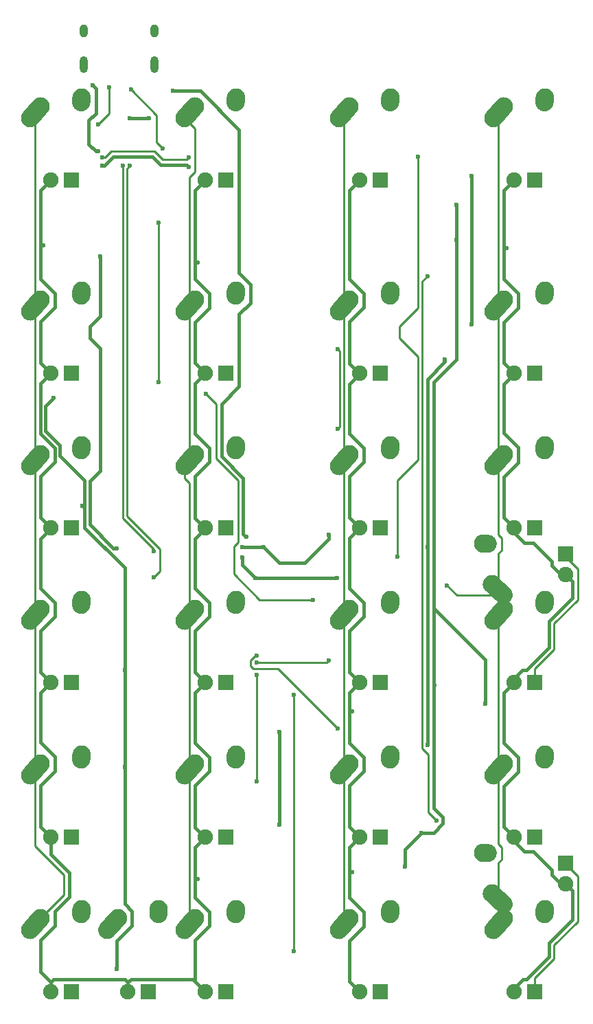
<source format=gtl>
G04 #@! TF.GenerationSoftware,KiCad,Pcbnew,(5.1.10)-1*
G04 #@! TF.CreationDate,2022-03-04T22:43:15+01:00*
G04 #@! TF.ProjectId,Voyager20,566f7961-6765-4723-9230-2e6b69636164,rev?*
G04 #@! TF.SameCoordinates,Original*
G04 #@! TF.FileFunction,Copper,L1,Top*
G04 #@! TF.FilePolarity,Positive*
%FSLAX46Y46*%
G04 Gerber Fmt 4.6, Leading zero omitted, Abs format (unit mm)*
G04 Created by KiCad (PCBNEW (5.1.10)-1) date 2022-03-04 22:43:15*
%MOMM*%
%LPD*%
G01*
G04 APERTURE LIST*
G04 #@! TA.AperFunction,ComponentPad*
%ADD10R,1.905000X1.905000*%
G04 #@! TD*
G04 #@! TA.AperFunction,ComponentPad*
%ADD11C,1.905000*%
G04 #@! TD*
G04 #@! TA.AperFunction,ComponentPad*
%ADD12C,2.250000*%
G04 #@! TD*
G04 #@! TA.AperFunction,ComponentPad*
%ADD13O,1.000000X1.600000*%
G04 #@! TD*
G04 #@! TA.AperFunction,ComponentPad*
%ADD14O,1.000000X2.100000*%
G04 #@! TD*
G04 #@! TA.AperFunction,ViaPad*
%ADD15C,0.600000*%
G04 #@! TD*
G04 #@! TA.AperFunction,Conductor*
%ADD16C,0.381000*%
G04 #@! TD*
G04 #@! TA.AperFunction,Conductor*
%ADD17C,0.254000*%
G04 #@! TD*
G04 APERTURE END LIST*
D10*
X48895000Y-44767500D03*
D11*
X46355000Y-44767500D03*
D12*
X45125000Y-35687500D03*
G04 #@! TA.AperFunction,ComponentPad*
G36*
G01*
X43063688Y-37984850D02*
X43063683Y-37984845D01*
G75*
G02*
X42977655Y-36396183I751317J837345D01*
G01*
X44287657Y-34936183D01*
G75*
G02*
X45876319Y-34850155I837345J-751317D01*
G01*
X45876319Y-34850155D01*
G75*
G02*
X45962347Y-36438817I-751317J-837345D01*
G01*
X44652345Y-37898817D01*
G75*
G02*
X43063683Y-37984845I-837345J751317D01*
G01*
G37*
G04 #@! TD.AperFunction*
X50165000Y-34607500D03*
G04 #@! TA.AperFunction,ComponentPad*
G36*
G01*
X50048483Y-36309895D02*
X50047597Y-36309834D01*
G75*
G02*
X49002666Y-35110097I77403J1122334D01*
G01*
X49042666Y-34530097D01*
G75*
G02*
X50242403Y-33485166I1122334J-77403D01*
G01*
X50242403Y-33485166D01*
G75*
G02*
X51287334Y-34684903I-77403J-1122334D01*
G01*
X51247334Y-35264903D01*
G75*
G02*
X50047597Y-36309834I-1122334J77403D01*
G01*
G37*
G04 #@! TD.AperFunction*
D10*
X67945000Y-44767500D03*
D11*
X65405000Y-44767500D03*
D12*
X64175000Y-35687500D03*
G04 #@! TA.AperFunction,ComponentPad*
G36*
G01*
X62113688Y-37984850D02*
X62113683Y-37984845D01*
G75*
G02*
X62027655Y-36396183I751317J837345D01*
G01*
X63337657Y-34936183D01*
G75*
G02*
X64926319Y-34850155I837345J-751317D01*
G01*
X64926319Y-34850155D01*
G75*
G02*
X65012347Y-36438817I-751317J-837345D01*
G01*
X63702345Y-37898817D01*
G75*
G02*
X62113683Y-37984845I-837345J751317D01*
G01*
G37*
G04 #@! TD.AperFunction*
X69215000Y-34607500D03*
G04 #@! TA.AperFunction,ComponentPad*
G36*
G01*
X69098483Y-36309895D02*
X69097597Y-36309834D01*
G75*
G02*
X68052666Y-35110097I77403J1122334D01*
G01*
X68092666Y-34530097D01*
G75*
G02*
X69292403Y-33485166I1122334J-77403D01*
G01*
X69292403Y-33485166D01*
G75*
G02*
X70337334Y-34684903I-77403J-1122334D01*
G01*
X70297334Y-35264903D01*
G75*
G02*
X69097597Y-36309834I-1122334J77403D01*
G01*
G37*
G04 #@! TD.AperFunction*
G04 #@! TA.AperFunction,ComponentPad*
G36*
G01*
X88148483Y-36309895D02*
X88147597Y-36309834D01*
G75*
G02*
X87102666Y-35110097I77403J1122334D01*
G01*
X87142666Y-34530097D01*
G75*
G02*
X88342403Y-33485166I1122334J-77403D01*
G01*
X88342403Y-33485166D01*
G75*
G02*
X89387334Y-34684903I-77403J-1122334D01*
G01*
X89347334Y-35264903D01*
G75*
G02*
X88147597Y-36309834I-1122334J77403D01*
G01*
G37*
G04 #@! TD.AperFunction*
X88265000Y-34607500D03*
G04 #@! TA.AperFunction,ComponentPad*
G36*
G01*
X81163688Y-37984850D02*
X81163683Y-37984845D01*
G75*
G02*
X81077655Y-36396183I751317J837345D01*
G01*
X82387657Y-34936183D01*
G75*
G02*
X83976319Y-34850155I837345J-751317D01*
G01*
X83976319Y-34850155D01*
G75*
G02*
X84062347Y-36438817I-751317J-837345D01*
G01*
X82752345Y-37898817D01*
G75*
G02*
X81163683Y-37984845I-837345J751317D01*
G01*
G37*
G04 #@! TD.AperFunction*
X83225000Y-35687500D03*
D11*
X84455000Y-44767500D03*
D10*
X86995000Y-44767500D03*
G04 #@! TA.AperFunction,ComponentPad*
G36*
G01*
X107198483Y-36309895D02*
X107197597Y-36309834D01*
G75*
G02*
X106152666Y-35110097I77403J1122334D01*
G01*
X106192666Y-34530097D01*
G75*
G02*
X107392403Y-33485166I1122334J-77403D01*
G01*
X107392403Y-33485166D01*
G75*
G02*
X108437334Y-34684903I-77403J-1122334D01*
G01*
X108397334Y-35264903D01*
G75*
G02*
X107197597Y-36309834I-1122334J77403D01*
G01*
G37*
G04 #@! TD.AperFunction*
D12*
X107315000Y-34607500D03*
G04 #@! TA.AperFunction,ComponentPad*
G36*
G01*
X100213688Y-37984850D02*
X100213683Y-37984845D01*
G75*
G02*
X100127655Y-36396183I751317J837345D01*
G01*
X101437657Y-34936183D01*
G75*
G02*
X103026319Y-34850155I837345J-751317D01*
G01*
X103026319Y-34850155D01*
G75*
G02*
X103112347Y-36438817I-751317J-837345D01*
G01*
X101802345Y-37898817D01*
G75*
G02*
X100213683Y-37984845I-837345J751317D01*
G01*
G37*
G04 #@! TD.AperFunction*
X102275000Y-35687500D03*
D11*
X103505000Y-44767500D03*
D10*
X106045000Y-44767500D03*
X48895000Y-63817500D03*
D11*
X46355000Y-63817500D03*
D12*
X45125000Y-54737500D03*
G04 #@! TA.AperFunction,ComponentPad*
G36*
G01*
X43063688Y-57034850D02*
X43063683Y-57034845D01*
G75*
G02*
X42977655Y-55446183I751317J837345D01*
G01*
X44287657Y-53986183D01*
G75*
G02*
X45876319Y-53900155I837345J-751317D01*
G01*
X45876319Y-53900155D01*
G75*
G02*
X45962347Y-55488817I-751317J-837345D01*
G01*
X44652345Y-56948817D01*
G75*
G02*
X43063683Y-57034845I-837345J751317D01*
G01*
G37*
G04 #@! TD.AperFunction*
X50165000Y-53657500D03*
G04 #@! TA.AperFunction,ComponentPad*
G36*
G01*
X50048483Y-55359895D02*
X50047597Y-55359834D01*
G75*
G02*
X49002666Y-54160097I77403J1122334D01*
G01*
X49042666Y-53580097D01*
G75*
G02*
X50242403Y-52535166I1122334J-77403D01*
G01*
X50242403Y-52535166D01*
G75*
G02*
X51287334Y-53734903I-77403J-1122334D01*
G01*
X51247334Y-54314903D01*
G75*
G02*
X50047597Y-55359834I-1122334J77403D01*
G01*
G37*
G04 #@! TD.AperFunction*
G04 #@! TA.AperFunction,ComponentPad*
G36*
G01*
X69098483Y-55359895D02*
X69097597Y-55359834D01*
G75*
G02*
X68052666Y-54160097I77403J1122334D01*
G01*
X68092666Y-53580097D01*
G75*
G02*
X69292403Y-52535166I1122334J-77403D01*
G01*
X69292403Y-52535166D01*
G75*
G02*
X70337334Y-53734903I-77403J-1122334D01*
G01*
X70297334Y-54314903D01*
G75*
G02*
X69097597Y-55359834I-1122334J77403D01*
G01*
G37*
G04 #@! TD.AperFunction*
X69215000Y-53657500D03*
G04 #@! TA.AperFunction,ComponentPad*
G36*
G01*
X62113688Y-57034850D02*
X62113683Y-57034845D01*
G75*
G02*
X62027655Y-55446183I751317J837345D01*
G01*
X63337657Y-53986183D01*
G75*
G02*
X64926319Y-53900155I837345J-751317D01*
G01*
X64926319Y-53900155D01*
G75*
G02*
X65012347Y-55488817I-751317J-837345D01*
G01*
X63702345Y-56948817D01*
G75*
G02*
X62113683Y-57034845I-837345J751317D01*
G01*
G37*
G04 #@! TD.AperFunction*
X64175000Y-54737500D03*
D11*
X65405000Y-63817500D03*
D10*
X67945000Y-63817500D03*
G04 #@! TA.AperFunction,ComponentPad*
G36*
G01*
X88148483Y-55359895D02*
X88147597Y-55359834D01*
G75*
G02*
X87102666Y-54160097I77403J1122334D01*
G01*
X87142666Y-53580097D01*
G75*
G02*
X88342403Y-52535166I1122334J-77403D01*
G01*
X88342403Y-52535166D01*
G75*
G02*
X89387334Y-53734903I-77403J-1122334D01*
G01*
X89347334Y-54314903D01*
G75*
G02*
X88147597Y-55359834I-1122334J77403D01*
G01*
G37*
G04 #@! TD.AperFunction*
D12*
X88265000Y-53657500D03*
G04 #@! TA.AperFunction,ComponentPad*
G36*
G01*
X81163688Y-57034850D02*
X81163683Y-57034845D01*
G75*
G02*
X81077655Y-55446183I751317J837345D01*
G01*
X82387657Y-53986183D01*
G75*
G02*
X83976319Y-53900155I837345J-751317D01*
G01*
X83976319Y-53900155D01*
G75*
G02*
X84062347Y-55488817I-751317J-837345D01*
G01*
X82752345Y-56948817D01*
G75*
G02*
X81163683Y-57034845I-837345J751317D01*
G01*
G37*
G04 #@! TD.AperFunction*
X83225000Y-54737500D03*
D11*
X84455000Y-63817500D03*
D10*
X86995000Y-63817500D03*
G04 #@! TA.AperFunction,ComponentPad*
G36*
G01*
X107198483Y-55359895D02*
X107197597Y-55359834D01*
G75*
G02*
X106152666Y-54160097I77403J1122334D01*
G01*
X106192666Y-53580097D01*
G75*
G02*
X107392403Y-52535166I1122334J-77403D01*
G01*
X107392403Y-52535166D01*
G75*
G02*
X108437334Y-53734903I-77403J-1122334D01*
G01*
X108397334Y-54314903D01*
G75*
G02*
X107197597Y-55359834I-1122334J77403D01*
G01*
G37*
G04 #@! TD.AperFunction*
D12*
X107315000Y-53657500D03*
G04 #@! TA.AperFunction,ComponentPad*
G36*
G01*
X100213688Y-57034850D02*
X100213683Y-57034845D01*
G75*
G02*
X100127655Y-55446183I751317J837345D01*
G01*
X101437657Y-53986183D01*
G75*
G02*
X103026319Y-53900155I837345J-751317D01*
G01*
X103026319Y-53900155D01*
G75*
G02*
X103112347Y-55488817I-751317J-837345D01*
G01*
X101802345Y-56948817D01*
G75*
G02*
X100213683Y-57034845I-837345J751317D01*
G01*
G37*
G04 #@! TD.AperFunction*
X102275000Y-54737500D03*
D11*
X103505000Y-63817500D03*
D10*
X106045000Y-63817500D03*
X48895000Y-82867500D03*
D11*
X46355000Y-82867500D03*
D12*
X45125000Y-73787500D03*
G04 #@! TA.AperFunction,ComponentPad*
G36*
G01*
X43063688Y-76084850D02*
X43063683Y-76084845D01*
G75*
G02*
X42977655Y-74496183I751317J837345D01*
G01*
X44287657Y-73036183D01*
G75*
G02*
X45876319Y-72950155I837345J-751317D01*
G01*
X45876319Y-72950155D01*
G75*
G02*
X45962347Y-74538817I-751317J-837345D01*
G01*
X44652345Y-75998817D01*
G75*
G02*
X43063683Y-76084845I-837345J751317D01*
G01*
G37*
G04 #@! TD.AperFunction*
X50165000Y-72707500D03*
G04 #@! TA.AperFunction,ComponentPad*
G36*
G01*
X50048483Y-74409895D02*
X50047597Y-74409834D01*
G75*
G02*
X49002666Y-73210097I77403J1122334D01*
G01*
X49042666Y-72630097D01*
G75*
G02*
X50242403Y-71585166I1122334J-77403D01*
G01*
X50242403Y-71585166D01*
G75*
G02*
X51287334Y-72784903I-77403J-1122334D01*
G01*
X51247334Y-73364903D01*
G75*
G02*
X50047597Y-74409834I-1122334J77403D01*
G01*
G37*
G04 #@! TD.AperFunction*
G04 #@! TA.AperFunction,ComponentPad*
G36*
G01*
X69098483Y-74409895D02*
X69097597Y-74409834D01*
G75*
G02*
X68052666Y-73210097I77403J1122334D01*
G01*
X68092666Y-72630097D01*
G75*
G02*
X69292403Y-71585166I1122334J-77403D01*
G01*
X69292403Y-71585166D01*
G75*
G02*
X70337334Y-72784903I-77403J-1122334D01*
G01*
X70297334Y-73364903D01*
G75*
G02*
X69097597Y-74409834I-1122334J77403D01*
G01*
G37*
G04 #@! TD.AperFunction*
X69215000Y-72707500D03*
G04 #@! TA.AperFunction,ComponentPad*
G36*
G01*
X62113688Y-76084850D02*
X62113683Y-76084845D01*
G75*
G02*
X62027655Y-74496183I751317J837345D01*
G01*
X63337657Y-73036183D01*
G75*
G02*
X64926319Y-72950155I837345J-751317D01*
G01*
X64926319Y-72950155D01*
G75*
G02*
X65012347Y-74538817I-751317J-837345D01*
G01*
X63702345Y-75998817D01*
G75*
G02*
X62113683Y-76084845I-837345J751317D01*
G01*
G37*
G04 #@! TD.AperFunction*
X64175000Y-73787500D03*
D11*
X65405000Y-82867500D03*
D10*
X67945000Y-82867500D03*
X86995000Y-82867500D03*
D11*
X84455000Y-82867500D03*
D12*
X83225000Y-73787500D03*
G04 #@! TA.AperFunction,ComponentPad*
G36*
G01*
X81163688Y-76084850D02*
X81163683Y-76084845D01*
G75*
G02*
X81077655Y-74496183I751317J837345D01*
G01*
X82387657Y-73036183D01*
G75*
G02*
X83976319Y-72950155I837345J-751317D01*
G01*
X83976319Y-72950155D01*
G75*
G02*
X84062347Y-74538817I-751317J-837345D01*
G01*
X82752345Y-75998817D01*
G75*
G02*
X81163683Y-76084845I-837345J751317D01*
G01*
G37*
G04 #@! TD.AperFunction*
X88265000Y-72707500D03*
G04 #@! TA.AperFunction,ComponentPad*
G36*
G01*
X88148483Y-74409895D02*
X88147597Y-74409834D01*
G75*
G02*
X87102666Y-73210097I77403J1122334D01*
G01*
X87142666Y-72630097D01*
G75*
G02*
X88342403Y-71585166I1122334J-77403D01*
G01*
X88342403Y-71585166D01*
G75*
G02*
X89387334Y-72784903I-77403J-1122334D01*
G01*
X89347334Y-73364903D01*
G75*
G02*
X88147597Y-74409834I-1122334J77403D01*
G01*
G37*
G04 #@! TD.AperFunction*
D10*
X106045000Y-82867500D03*
D11*
X103505000Y-82867500D03*
D12*
X102275000Y-73787500D03*
G04 #@! TA.AperFunction,ComponentPad*
G36*
G01*
X100213688Y-76084850D02*
X100213683Y-76084845D01*
G75*
G02*
X100127655Y-74496183I751317J837345D01*
G01*
X101437657Y-73036183D01*
G75*
G02*
X103026319Y-72950155I837345J-751317D01*
G01*
X103026319Y-72950155D01*
G75*
G02*
X103112347Y-74538817I-751317J-837345D01*
G01*
X101802345Y-75998817D01*
G75*
G02*
X100213683Y-76084845I-837345J751317D01*
G01*
G37*
G04 #@! TD.AperFunction*
X107315000Y-72707500D03*
G04 #@! TA.AperFunction,ComponentPad*
G36*
G01*
X107198483Y-74409895D02*
X107197597Y-74409834D01*
G75*
G02*
X106152666Y-73210097I77403J1122334D01*
G01*
X106192666Y-72630097D01*
G75*
G02*
X107392403Y-71585166I1122334J-77403D01*
G01*
X107392403Y-71585166D01*
G75*
G02*
X108437334Y-72784903I-77403J-1122334D01*
G01*
X108397334Y-73364903D01*
G75*
G02*
X107197597Y-74409834I-1122334J77403D01*
G01*
G37*
G04 #@! TD.AperFunction*
D10*
X48895000Y-101917500D03*
D11*
X46355000Y-101917500D03*
D12*
X45125000Y-92837500D03*
G04 #@! TA.AperFunction,ComponentPad*
G36*
G01*
X43063688Y-95134850D02*
X43063683Y-95134845D01*
G75*
G02*
X42977655Y-93546183I751317J837345D01*
G01*
X44287657Y-92086183D01*
G75*
G02*
X45876319Y-92000155I837345J-751317D01*
G01*
X45876319Y-92000155D01*
G75*
G02*
X45962347Y-93588817I-751317J-837345D01*
G01*
X44652345Y-95048817D01*
G75*
G02*
X43063683Y-95134845I-837345J751317D01*
G01*
G37*
G04 #@! TD.AperFunction*
X50165000Y-91757500D03*
G04 #@! TA.AperFunction,ComponentPad*
G36*
G01*
X50048483Y-93459895D02*
X50047597Y-93459834D01*
G75*
G02*
X49002666Y-92260097I77403J1122334D01*
G01*
X49042666Y-91680097D01*
G75*
G02*
X50242403Y-90635166I1122334J-77403D01*
G01*
X50242403Y-90635166D01*
G75*
G02*
X51287334Y-91834903I-77403J-1122334D01*
G01*
X51247334Y-92414903D01*
G75*
G02*
X50047597Y-93459834I-1122334J77403D01*
G01*
G37*
G04 #@! TD.AperFunction*
G04 #@! TA.AperFunction,ComponentPad*
G36*
G01*
X69098483Y-93459895D02*
X69097597Y-93459834D01*
G75*
G02*
X68052666Y-92260097I77403J1122334D01*
G01*
X68092666Y-91680097D01*
G75*
G02*
X69292403Y-90635166I1122334J-77403D01*
G01*
X69292403Y-90635166D01*
G75*
G02*
X70337334Y-91834903I-77403J-1122334D01*
G01*
X70297334Y-92414903D01*
G75*
G02*
X69097597Y-93459834I-1122334J77403D01*
G01*
G37*
G04 #@! TD.AperFunction*
X69215000Y-91757500D03*
G04 #@! TA.AperFunction,ComponentPad*
G36*
G01*
X62113688Y-95134850D02*
X62113683Y-95134845D01*
G75*
G02*
X62027655Y-93546183I751317J837345D01*
G01*
X63337657Y-92086183D01*
G75*
G02*
X64926319Y-92000155I837345J-751317D01*
G01*
X64926319Y-92000155D01*
G75*
G02*
X65012347Y-93588817I-751317J-837345D01*
G01*
X63702345Y-95048817D01*
G75*
G02*
X62113683Y-95134845I-837345J751317D01*
G01*
G37*
G04 #@! TD.AperFunction*
X64175000Y-92837500D03*
D11*
X65405000Y-101917500D03*
D10*
X67945000Y-101917500D03*
X86995000Y-101917500D03*
D11*
X84455000Y-101917500D03*
D12*
X83225000Y-92837500D03*
G04 #@! TA.AperFunction,ComponentPad*
G36*
G01*
X81163688Y-95134850D02*
X81163683Y-95134845D01*
G75*
G02*
X81077655Y-93546183I751317J837345D01*
G01*
X82387657Y-92086183D01*
G75*
G02*
X83976319Y-92000155I837345J-751317D01*
G01*
X83976319Y-92000155D01*
G75*
G02*
X84062347Y-93588817I-751317J-837345D01*
G01*
X82752345Y-95048817D01*
G75*
G02*
X81163683Y-95134845I-837345J751317D01*
G01*
G37*
G04 #@! TD.AperFunction*
X88265000Y-91757500D03*
G04 #@! TA.AperFunction,ComponentPad*
G36*
G01*
X88148483Y-93459895D02*
X88147597Y-93459834D01*
G75*
G02*
X87102666Y-92260097I77403J1122334D01*
G01*
X87142666Y-91680097D01*
G75*
G02*
X88342403Y-90635166I1122334J-77403D01*
G01*
X88342403Y-90635166D01*
G75*
G02*
X89387334Y-91834903I-77403J-1122334D01*
G01*
X89347334Y-92414903D01*
G75*
G02*
X88147597Y-93459834I-1122334J77403D01*
G01*
G37*
G04 #@! TD.AperFunction*
G04 #@! TA.AperFunction,ComponentPad*
G36*
G01*
X107198483Y-93459895D02*
X107197597Y-93459834D01*
G75*
G02*
X106152666Y-92260097I77403J1122334D01*
G01*
X106192666Y-91680097D01*
G75*
G02*
X107392403Y-90635166I1122334J-77403D01*
G01*
X107392403Y-90635166D01*
G75*
G02*
X108437334Y-91834903I-77403J-1122334D01*
G01*
X108397334Y-92414903D01*
G75*
G02*
X107197597Y-93459834I-1122334J77403D01*
G01*
G37*
G04 #@! TD.AperFunction*
X107315000Y-91757500D03*
G04 #@! TA.AperFunction,ComponentPad*
G36*
G01*
X100213688Y-95134850D02*
X100213683Y-95134845D01*
G75*
G02*
X100127655Y-93546183I751317J837345D01*
G01*
X101437657Y-92086183D01*
G75*
G02*
X103026319Y-92000155I837345J-751317D01*
G01*
X103026319Y-92000155D01*
G75*
G02*
X103112347Y-93588817I-751317J-837345D01*
G01*
X101802345Y-95048817D01*
G75*
G02*
X100213683Y-95134845I-837345J751317D01*
G01*
G37*
G04 #@! TD.AperFunction*
X102275000Y-92837500D03*
D11*
X103505000Y-101917500D03*
D10*
X106045000Y-101917500D03*
G04 #@! TA.AperFunction,ComponentPad*
G36*
G01*
X50048483Y-112509895D02*
X50047597Y-112509834D01*
G75*
G02*
X49002666Y-111310097I77403J1122334D01*
G01*
X49042666Y-110730097D01*
G75*
G02*
X50242403Y-109685166I1122334J-77403D01*
G01*
X50242403Y-109685166D01*
G75*
G02*
X51287334Y-110884903I-77403J-1122334D01*
G01*
X51247334Y-111464903D01*
G75*
G02*
X50047597Y-112509834I-1122334J77403D01*
G01*
G37*
G04 #@! TD.AperFunction*
D12*
X50165000Y-110807500D03*
G04 #@! TA.AperFunction,ComponentPad*
G36*
G01*
X43063688Y-114184850D02*
X43063683Y-114184845D01*
G75*
G02*
X42977655Y-112596183I751317J837345D01*
G01*
X44287657Y-111136183D01*
G75*
G02*
X45876319Y-111050155I837345J-751317D01*
G01*
X45876319Y-111050155D01*
G75*
G02*
X45962347Y-112638817I-751317J-837345D01*
G01*
X44652345Y-114098817D01*
G75*
G02*
X43063683Y-114184845I-837345J751317D01*
G01*
G37*
G04 #@! TD.AperFunction*
X45125000Y-111887500D03*
D11*
X46355000Y-120967500D03*
D10*
X48895000Y-120967500D03*
X67945000Y-120967500D03*
D11*
X65405000Y-120967500D03*
D12*
X64175000Y-111887500D03*
G04 #@! TA.AperFunction,ComponentPad*
G36*
G01*
X62113688Y-114184850D02*
X62113683Y-114184845D01*
G75*
G02*
X62027655Y-112596183I751317J837345D01*
G01*
X63337657Y-111136183D01*
G75*
G02*
X64926319Y-111050155I837345J-751317D01*
G01*
X64926319Y-111050155D01*
G75*
G02*
X65012347Y-112638817I-751317J-837345D01*
G01*
X63702345Y-114098817D01*
G75*
G02*
X62113683Y-114184845I-837345J751317D01*
G01*
G37*
G04 #@! TD.AperFunction*
X69215000Y-110807500D03*
G04 #@! TA.AperFunction,ComponentPad*
G36*
G01*
X69098483Y-112509895D02*
X69097597Y-112509834D01*
G75*
G02*
X68052666Y-111310097I77403J1122334D01*
G01*
X68092666Y-110730097D01*
G75*
G02*
X69292403Y-109685166I1122334J-77403D01*
G01*
X69292403Y-109685166D01*
G75*
G02*
X70337334Y-110884903I-77403J-1122334D01*
G01*
X70297334Y-111464903D01*
G75*
G02*
X69097597Y-112509834I-1122334J77403D01*
G01*
G37*
G04 #@! TD.AperFunction*
G04 #@! TA.AperFunction,ComponentPad*
G36*
G01*
X88148483Y-112509895D02*
X88147597Y-112509834D01*
G75*
G02*
X87102666Y-111310097I77403J1122334D01*
G01*
X87142666Y-110730097D01*
G75*
G02*
X88342403Y-109685166I1122334J-77403D01*
G01*
X88342403Y-109685166D01*
G75*
G02*
X89387334Y-110884903I-77403J-1122334D01*
G01*
X89347334Y-111464903D01*
G75*
G02*
X88147597Y-112509834I-1122334J77403D01*
G01*
G37*
G04 #@! TD.AperFunction*
X88265000Y-110807500D03*
G04 #@! TA.AperFunction,ComponentPad*
G36*
G01*
X81163688Y-114184850D02*
X81163683Y-114184845D01*
G75*
G02*
X81077655Y-112596183I751317J837345D01*
G01*
X82387657Y-111136183D01*
G75*
G02*
X83976319Y-111050155I837345J-751317D01*
G01*
X83976319Y-111050155D01*
G75*
G02*
X84062347Y-112638817I-751317J-837345D01*
G01*
X82752345Y-114098817D01*
G75*
G02*
X81163683Y-114184845I-837345J751317D01*
G01*
G37*
G04 #@! TD.AperFunction*
X83225000Y-111887500D03*
D11*
X84455000Y-120967500D03*
D10*
X86995000Y-120967500D03*
X106045000Y-120967500D03*
D11*
X103505000Y-120967500D03*
D12*
X102275000Y-111887500D03*
G04 #@! TA.AperFunction,ComponentPad*
G36*
G01*
X100213688Y-114184850D02*
X100213683Y-114184845D01*
G75*
G02*
X100127655Y-112596183I751317J837345D01*
G01*
X101437657Y-111136183D01*
G75*
G02*
X103026319Y-111050155I837345J-751317D01*
G01*
X103026319Y-111050155D01*
G75*
G02*
X103112347Y-112638817I-751317J-837345D01*
G01*
X101802345Y-114098817D01*
G75*
G02*
X100213683Y-114184845I-837345J751317D01*
G01*
G37*
G04 #@! TD.AperFunction*
X107315000Y-110807500D03*
G04 #@! TA.AperFunction,ComponentPad*
G36*
G01*
X107198483Y-112509895D02*
X107197597Y-112509834D01*
G75*
G02*
X106152666Y-111310097I77403J1122334D01*
G01*
X106192666Y-110730097D01*
G75*
G02*
X107392403Y-109685166I1122334J-77403D01*
G01*
X107392403Y-109685166D01*
G75*
G02*
X108437334Y-110884903I-77403J-1122334D01*
G01*
X108397334Y-111464903D01*
G75*
G02*
X107197597Y-112509834I-1122334J77403D01*
G01*
G37*
G04 #@! TD.AperFunction*
D13*
X59120000Y-2575000D03*
X50480000Y-2575000D03*
D14*
X59120000Y-6755000D03*
X50480000Y-6755000D03*
G04 #@! TA.AperFunction,ComponentPad*
G36*
G01*
X101397395Y-65839017D02*
X101397334Y-65839903D01*
G75*
G02*
X100197597Y-66884834I-1122334J77403D01*
G01*
X99617597Y-66844834D01*
G75*
G02*
X98572666Y-65645097I77403J1122334D01*
G01*
X98572666Y-65645097D01*
G75*
G02*
X99772403Y-64600166I1122334J-77403D01*
G01*
X100352403Y-64640166D01*
G75*
G02*
X101397334Y-65839903I-77403J-1122334D01*
G01*
G37*
G04 #@! TD.AperFunction*
D12*
X99695000Y-65722500D03*
G04 #@! TA.AperFunction,ComponentPad*
G36*
G01*
X103072350Y-72823812D02*
X103072345Y-72823817D01*
G75*
G02*
X101483683Y-72909845I-837345J751317D01*
G01*
X100023683Y-71599843D01*
G75*
G02*
X99937655Y-70011181I751317J837345D01*
G01*
X99937655Y-70011181D01*
G75*
G02*
X101526317Y-69925153I837345J-751317D01*
G01*
X102986317Y-71235155D01*
G75*
G02*
X103072345Y-72823817I-751317J-837345D01*
G01*
G37*
G04 #@! TD.AperFunction*
X100775000Y-70762500D03*
D11*
X109855000Y-69532500D03*
D10*
X109855000Y-66992500D03*
X109855000Y-105092500D03*
D11*
X109855000Y-107632500D03*
D12*
X100775000Y-108862500D03*
G04 #@! TA.AperFunction,ComponentPad*
G36*
G01*
X103072350Y-110923812D02*
X103072345Y-110923817D01*
G75*
G02*
X101483683Y-111009845I-837345J751317D01*
G01*
X100023683Y-109699843D01*
G75*
G02*
X99937655Y-108111181I751317J837345D01*
G01*
X99937655Y-108111181D01*
G75*
G02*
X101526317Y-108025153I837345J-751317D01*
G01*
X102986317Y-109335155D01*
G75*
G02*
X103072345Y-110923817I-751317J-837345D01*
G01*
G37*
G04 #@! TD.AperFunction*
X99695000Y-103822500D03*
G04 #@! TA.AperFunction,ComponentPad*
G36*
G01*
X101397395Y-103939017D02*
X101397334Y-103939903D01*
G75*
G02*
X100197597Y-104984834I-1122334J77403D01*
G01*
X99617597Y-104944834D01*
G75*
G02*
X98572666Y-103745097I77403J1122334D01*
G01*
X98572666Y-103745097D01*
G75*
G02*
X99772403Y-102700166I1122334J-77403D01*
G01*
X100352403Y-102740166D01*
G75*
G02*
X101397334Y-103939903I-77403J-1122334D01*
G01*
G37*
G04 #@! TD.AperFunction*
G04 #@! TA.AperFunction,ComponentPad*
G36*
G01*
X59573483Y-112509895D02*
X59572597Y-112509834D01*
G75*
G02*
X58527666Y-111310097I77403J1122334D01*
G01*
X58567666Y-110730097D01*
G75*
G02*
X59767403Y-109685166I1122334J-77403D01*
G01*
X59767403Y-109685166D01*
G75*
G02*
X60812334Y-110884903I-77403J-1122334D01*
G01*
X60772334Y-111464903D01*
G75*
G02*
X59572597Y-112509834I-1122334J77403D01*
G01*
G37*
G04 #@! TD.AperFunction*
X59690000Y-110807500D03*
G04 #@! TA.AperFunction,ComponentPad*
G36*
G01*
X52588688Y-114184850D02*
X52588683Y-114184845D01*
G75*
G02*
X52502655Y-112596183I751317J837345D01*
G01*
X53812657Y-111136183D01*
G75*
G02*
X55401319Y-111050155I837345J-751317D01*
G01*
X55401319Y-111050155D01*
G75*
G02*
X55487347Y-112638817I-751317J-837345D01*
G01*
X54177345Y-114098817D01*
G75*
G02*
X52588683Y-114184845I-837345J751317D01*
G01*
G37*
G04 #@! TD.AperFunction*
X54650000Y-111887500D03*
D11*
X55880000Y-120967500D03*
D10*
X58420000Y-120967500D03*
G04 #@! TA.AperFunction,ComponentPad*
G36*
G01*
X50048483Y-12497395D02*
X50047597Y-12497334D01*
G75*
G02*
X49002666Y-11297597I77403J1122334D01*
G01*
X49042666Y-10717597D01*
G75*
G02*
X50242403Y-9672666I1122334J-77403D01*
G01*
X50242403Y-9672666D01*
G75*
G02*
X51287334Y-10872403I-77403J-1122334D01*
G01*
X51247334Y-11452403D01*
G75*
G02*
X50047597Y-12497334I-1122334J77403D01*
G01*
G37*
G04 #@! TD.AperFunction*
D12*
X50165000Y-10795000D03*
G04 #@! TA.AperFunction,ComponentPad*
G36*
G01*
X43063688Y-14172350D02*
X43063683Y-14172345D01*
G75*
G02*
X42977655Y-12583683I751317J837345D01*
G01*
X44287657Y-11123683D01*
G75*
G02*
X45876319Y-11037655I837345J-751317D01*
G01*
X45876319Y-11037655D01*
G75*
G02*
X45962347Y-12626317I-751317J-837345D01*
G01*
X44652345Y-14086317D01*
G75*
G02*
X43063683Y-14172345I-837345J751317D01*
G01*
G37*
G04 #@! TD.AperFunction*
X45125000Y-11875000D03*
D11*
X46355000Y-20955000D03*
D10*
X48895000Y-20955000D03*
X67945000Y-20955000D03*
D11*
X65405000Y-20955000D03*
D12*
X64175000Y-11875000D03*
G04 #@! TA.AperFunction,ComponentPad*
G36*
G01*
X62113688Y-14172350D02*
X62113683Y-14172345D01*
G75*
G02*
X62027655Y-12583683I751317J837345D01*
G01*
X63337657Y-11123683D01*
G75*
G02*
X64926319Y-11037655I837345J-751317D01*
G01*
X64926319Y-11037655D01*
G75*
G02*
X65012347Y-12626317I-751317J-837345D01*
G01*
X63702345Y-14086317D01*
G75*
G02*
X62113683Y-14172345I-837345J751317D01*
G01*
G37*
G04 #@! TD.AperFunction*
X69215000Y-10795000D03*
G04 #@! TA.AperFunction,ComponentPad*
G36*
G01*
X69098483Y-12497395D02*
X69097597Y-12497334D01*
G75*
G02*
X68052666Y-11297597I77403J1122334D01*
G01*
X68092666Y-10717597D01*
G75*
G02*
X69292403Y-9672666I1122334J-77403D01*
G01*
X69292403Y-9672666D01*
G75*
G02*
X70337334Y-10872403I-77403J-1122334D01*
G01*
X70297334Y-11452403D01*
G75*
G02*
X69097597Y-12497334I-1122334J77403D01*
G01*
G37*
G04 #@! TD.AperFunction*
G04 #@! TA.AperFunction,ComponentPad*
G36*
G01*
X88148483Y-12497395D02*
X88147597Y-12497334D01*
G75*
G02*
X87102666Y-11297597I77403J1122334D01*
G01*
X87142666Y-10717597D01*
G75*
G02*
X88342403Y-9672666I1122334J-77403D01*
G01*
X88342403Y-9672666D01*
G75*
G02*
X89387334Y-10872403I-77403J-1122334D01*
G01*
X89347334Y-11452403D01*
G75*
G02*
X88147597Y-12497334I-1122334J77403D01*
G01*
G37*
G04 #@! TD.AperFunction*
X88265000Y-10795000D03*
G04 #@! TA.AperFunction,ComponentPad*
G36*
G01*
X81163688Y-14172350D02*
X81163683Y-14172345D01*
G75*
G02*
X81077655Y-12583683I751317J837345D01*
G01*
X82387657Y-11123683D01*
G75*
G02*
X83976319Y-11037655I837345J-751317D01*
G01*
X83976319Y-11037655D01*
G75*
G02*
X84062347Y-12626317I-751317J-837345D01*
G01*
X82752345Y-14086317D01*
G75*
G02*
X81163683Y-14172345I-837345J751317D01*
G01*
G37*
G04 #@! TD.AperFunction*
X83225000Y-11875000D03*
D11*
X84455000Y-20955000D03*
D10*
X86995000Y-20955000D03*
X106045000Y-20955000D03*
D11*
X103505000Y-20955000D03*
D12*
X102275000Y-11875000D03*
G04 #@! TA.AperFunction,ComponentPad*
G36*
G01*
X100213688Y-14172350D02*
X100213683Y-14172345D01*
G75*
G02*
X100127655Y-12583683I751317J837345D01*
G01*
X101437657Y-11123683D01*
G75*
G02*
X103026319Y-11037655I837345J-751317D01*
G01*
X103026319Y-11037655D01*
G75*
G02*
X103112347Y-12626317I-751317J-837345D01*
G01*
X101802345Y-14086317D01*
G75*
G02*
X100213683Y-14172345I-837345J751317D01*
G01*
G37*
G04 #@! TD.AperFunction*
X107315000Y-10795000D03*
G04 #@! TA.AperFunction,ComponentPad*
G36*
G01*
X107198483Y-12497395D02*
X107197597Y-12497334D01*
G75*
G02*
X106152666Y-11297597I77403J1122334D01*
G01*
X106192666Y-10717597D01*
G75*
G02*
X107392403Y-9672666I1122334J-77403D01*
G01*
X107392403Y-9672666D01*
G75*
G02*
X108437334Y-10872403I-77403J-1122334D01*
G01*
X108397334Y-11452403D01*
G75*
G02*
X107197597Y-12497334I-1122334J77403D01*
G01*
G37*
G04 #@! TD.AperFunction*
D15*
X69977000Y-67437000D03*
X71628000Y-69977000D03*
X90043000Y-105537000D03*
X92075000Y-101346000D03*
X99949000Y-85471000D03*
X70485000Y-64897000D03*
X81661000Y-69977000D03*
X93726000Y-83185000D03*
X52197000Y-17399000D03*
X96393000Y-28321000D03*
X96393000Y-24003000D03*
X61470000Y-9955000D03*
X51562000Y-9271000D03*
X72644000Y-66167000D03*
X54483000Y-66294000D03*
X64516000Y-107061000D03*
X83566000Y-106172000D03*
X83566000Y-86360000D03*
X80645000Y-64643000D03*
X69977000Y-66167000D03*
X64516000Y-31115000D03*
X102616000Y-29337000D03*
X45466000Y-28956000D03*
X52451000Y-30353000D03*
X81788000Y-51562000D03*
X81788000Y-41783000D03*
X71755000Y-80391000D03*
X80645000Y-80137000D03*
X71755000Y-81915000D03*
X71755000Y-94996000D03*
X58518295Y-13363705D03*
X56134002Y-13334986D03*
X95250000Y-70866000D03*
X81788000Y-88519000D03*
X71755000Y-79502000D03*
X78740000Y-72644000D03*
X65532000Y-47244000D03*
X59690000Y-45847000D03*
X59690000Y-26162000D03*
X93980000Y-99822000D03*
X92837000Y-32766000D03*
X55245000Y-19177000D03*
X59055000Y-66675000D03*
X56134000Y-19177000D03*
X59055000Y-69850000D03*
X60198000Y-17018000D03*
X56261000Y-9779000D03*
X52197000Y-14097000D03*
X53540609Y-9525000D03*
X76327000Y-84328000D03*
X76327000Y-115951000D03*
X55499000Y-81280000D03*
X50292000Y-61087000D03*
X55499000Y-93218000D03*
X54483000Y-118110000D03*
X74549000Y-100330000D03*
X74549000Y-88900000D03*
X92837000Y-66167000D03*
X46736000Y-47752000D03*
X92837000Y-90589090D03*
X94996000Y-43053000D03*
X52705000Y-19177000D03*
X63373000Y-19304000D03*
X98298000Y-20447000D03*
X98298000Y-38735000D03*
X52705000Y-18161000D03*
X63373000Y-18161000D03*
X89154000Y-67310000D03*
X91694000Y-18034000D03*
D16*
X69977000Y-68326000D02*
X71628000Y-69977000D01*
X69977000Y-67437000D02*
X69977000Y-68326000D01*
X90043000Y-105537000D02*
X90043000Y-104394000D01*
X90043000Y-104394000D02*
X90043000Y-103378000D01*
X90043000Y-103378000D02*
X92075000Y-101346000D01*
X99949000Y-85471000D02*
X99949000Y-80010000D01*
X99949000Y-80010000D02*
X93599000Y-73660000D01*
X71628000Y-69977000D02*
X81661000Y-69977000D01*
X93599000Y-73660000D02*
X93599000Y-83058000D01*
X93599000Y-83058000D02*
X93726000Y-83185000D01*
X92583000Y-101346000D02*
X92075000Y-101346000D01*
X93726000Y-83185000D02*
X93599000Y-83312000D01*
X93599000Y-83312000D02*
X93599000Y-98298000D01*
X93599000Y-98298000D02*
X94742000Y-99441000D01*
X94742000Y-99441000D02*
X94742000Y-100203000D01*
X94742000Y-100203000D02*
X93599000Y-101346000D01*
X93599000Y-101346000D02*
X92583000Y-101346000D01*
X96393000Y-24003000D02*
X96393000Y-28321000D01*
X70104000Y-64516000D02*
X70485000Y-64897000D01*
X70104000Y-57658000D02*
X70104000Y-64516000D01*
X67437000Y-54991000D02*
X70104000Y-57658000D01*
X67437000Y-48514000D02*
X67437000Y-54991000D01*
X69596000Y-46355000D02*
X67437000Y-48514000D01*
X69596000Y-37465000D02*
X69596000Y-46355000D01*
X64819000Y-9955000D02*
X69596000Y-14732000D01*
X69596000Y-14732000D02*
X69596000Y-32385000D01*
X61470000Y-9955000D02*
X64819000Y-9955000D01*
X69596000Y-32385000D02*
X70993000Y-33782000D01*
X70993000Y-33782000D02*
X70993000Y-36068000D01*
X70993000Y-36068000D02*
X69596000Y-37465000D01*
X96393000Y-43053000D02*
X96393000Y-28321000D01*
X93599000Y-45847000D02*
X96393000Y-43053000D01*
X93599000Y-73660000D02*
X93599000Y-45847000D01*
X51054000Y-13589000D02*
X51943000Y-12700000D01*
X51054000Y-16510000D02*
X51054000Y-13589000D01*
X51943000Y-17399000D02*
X51054000Y-16510000D01*
X52197000Y-17399000D02*
X51943000Y-17399000D01*
X51943000Y-9652000D02*
X51562000Y-9271000D01*
X51943000Y-12700000D02*
X51943000Y-9652000D01*
X45085000Y-46037500D02*
X46355000Y-44767500D01*
X46355000Y-63817500D02*
X45085000Y-62547500D01*
X45085000Y-62547500D02*
X45085000Y-57404000D01*
X45085000Y-57404000D02*
X46863000Y-55626000D01*
X46863000Y-53975000D02*
X45085000Y-52197000D01*
X46863000Y-55626000D02*
X46863000Y-53975000D01*
X45085000Y-52197000D02*
X45085000Y-46037500D01*
X46355000Y-63881000D02*
X46355000Y-63817500D01*
X45085000Y-65151000D02*
X46355000Y-63881000D01*
X46355000Y-82867500D02*
X45085000Y-81597500D01*
X45085000Y-76454000D02*
X46863000Y-74676000D01*
X46863000Y-74676000D02*
X46863000Y-73025000D01*
X45085000Y-81597500D02*
X45085000Y-76454000D01*
X46863000Y-73025000D02*
X45085000Y-71247000D01*
X45085000Y-71247000D02*
X45085000Y-65151000D01*
X46355000Y-82867500D02*
X46291500Y-82867500D01*
X46291500Y-82867500D02*
X45085000Y-84074000D01*
X45085000Y-84074000D02*
X45085000Y-90170000D01*
X45085000Y-90170000D02*
X46863000Y-91948000D01*
X46863000Y-91948000D02*
X46863000Y-93726000D01*
X46863000Y-93726000D02*
X45085000Y-95504000D01*
X45085000Y-100647500D02*
X46355000Y-101917500D01*
X45085000Y-95504000D02*
X45085000Y-100647500D01*
X46355000Y-104013000D02*
X46355000Y-101917500D01*
X48641000Y-106299000D02*
X46355000Y-104013000D01*
X46863000Y-112776000D02*
X46863000Y-110998000D01*
X45085000Y-114554000D02*
X46863000Y-112776000D01*
X46863000Y-110998000D02*
X48641000Y-109220000D01*
X48641000Y-109220000D02*
X48641000Y-106299000D01*
X65405000Y-63817500D02*
X65341500Y-63817500D01*
X65341500Y-63817500D02*
X64135000Y-62611000D01*
X64135000Y-62611000D02*
X64135000Y-57404000D01*
X64135000Y-57404000D02*
X65913000Y-55626000D01*
X65913000Y-55626000D02*
X65913000Y-53975000D01*
X65913000Y-53975000D02*
X64135000Y-52197000D01*
X64135000Y-46037500D02*
X65405000Y-44767500D01*
X64135000Y-52197000D02*
X64135000Y-46037500D01*
X103505000Y-101917500D02*
X103441500Y-101917500D01*
X103505000Y-101917500D02*
X103505000Y-101854000D01*
X103505000Y-101854000D02*
X102235000Y-100584000D01*
X102235000Y-100584000D02*
X102235000Y-95631000D01*
X102235000Y-95631000D02*
X104013000Y-93853000D01*
X104013000Y-93853000D02*
X104013000Y-92075000D01*
X104013000Y-92075000D02*
X102235000Y-90297000D01*
X102235000Y-84137500D02*
X103505000Y-82867500D01*
X102235000Y-90297000D02*
X102235000Y-84137500D01*
X103505000Y-82296000D02*
X103505000Y-82867500D01*
X104521000Y-81280000D02*
X103505000Y-82296000D01*
X105029000Y-81280000D02*
X104521000Y-81280000D01*
X109918500Y-69532500D02*
X110744000Y-70358000D01*
X109855000Y-69532500D02*
X109918500Y-69532500D01*
X110744000Y-70358000D02*
X110744000Y-72390000D01*
X110744000Y-72390000D02*
X107823000Y-75311000D01*
X107823000Y-75311000D02*
X107823000Y-78486000D01*
X107823000Y-78486000D02*
X105029000Y-81280000D01*
X103505000Y-44767500D02*
X103505000Y-44831000D01*
X103505000Y-44831000D02*
X102235000Y-46101000D01*
X102235000Y-46101000D02*
X102235000Y-52070000D01*
X102235000Y-52070000D02*
X104013000Y-53848000D01*
X104013000Y-53848000D02*
X104013000Y-55753000D01*
X104013000Y-55753000D02*
X102235000Y-57531000D01*
X102235000Y-62547500D02*
X103505000Y-63817500D01*
X102235000Y-57531000D02*
X102235000Y-62547500D01*
X103505000Y-63817500D02*
X103505000Y-64389000D01*
X103505000Y-64389000D02*
X104775000Y-65659000D01*
X104775000Y-65659000D02*
X105918000Y-65659000D01*
X105918000Y-65659000D02*
X108204000Y-67945000D01*
X108204000Y-67945000D02*
X108204000Y-68453000D01*
X109283500Y-69532500D02*
X109855000Y-69532500D01*
X108204000Y-68453000D02*
X109283500Y-69532500D01*
X77724000Y-68072000D02*
X79756000Y-66040000D01*
X74549000Y-68072000D02*
X77724000Y-68072000D01*
X72644000Y-66167000D02*
X74549000Y-68072000D01*
X103505000Y-101917500D02*
X103505000Y-102362000D01*
X103505000Y-102362000D02*
X104775000Y-103632000D01*
X109283500Y-107632500D02*
X109855000Y-107632500D01*
X104775000Y-103632000D02*
X105918000Y-103632000D01*
X105918000Y-103632000D02*
X108204000Y-105918000D01*
X108204000Y-105918000D02*
X108204000Y-106553000D01*
X108204000Y-106553000D02*
X109283500Y-107632500D01*
X109855000Y-107632500D02*
X109855000Y-108077000D01*
X103505000Y-120967500D02*
X103505000Y-120523000D01*
X103505000Y-120523000D02*
X104648000Y-119380000D01*
X104648000Y-119380000D02*
X105029000Y-119380000D01*
X105029000Y-119380000D02*
X107823000Y-116586000D01*
X107823000Y-116586000D02*
X107823000Y-114935000D01*
X107823000Y-114935000D02*
X110744000Y-112014000D01*
X110744000Y-108521500D02*
X109855000Y-107632500D01*
X110744000Y-112014000D02*
X110744000Y-108521500D01*
X55880000Y-120967500D02*
X55880000Y-120904000D01*
X65405000Y-120967500D02*
X65405000Y-120904000D01*
X65405000Y-120904000D02*
X64135000Y-119634000D01*
X64135000Y-119634000D02*
X64135000Y-114554000D01*
X64135000Y-114554000D02*
X65913000Y-112776000D01*
X65913000Y-112776000D02*
X65913000Y-111125000D01*
X65913000Y-111125000D02*
X64135000Y-109347000D01*
X64135000Y-103187500D02*
X65405000Y-101917500D01*
X65405000Y-101917500D02*
X65341500Y-101917500D01*
X65341500Y-101917500D02*
X64135000Y-100711000D01*
X64135000Y-100711000D02*
X64135000Y-95504000D01*
X64135000Y-95504000D02*
X65913000Y-93726000D01*
X65913000Y-93726000D02*
X65913000Y-92075000D01*
X65913000Y-92075000D02*
X64135000Y-90297000D01*
X64135000Y-84137500D02*
X65405000Y-82867500D01*
X64135000Y-90297000D02*
X64135000Y-84137500D01*
X84455000Y-44767500D02*
X84455000Y-44831000D01*
X84455000Y-44831000D02*
X83185000Y-46101000D01*
X83185000Y-46101000D02*
X83185000Y-52197000D01*
X83185000Y-52197000D02*
X84963000Y-53975000D01*
X84963000Y-53975000D02*
X84963000Y-55626000D01*
X84963000Y-55626000D02*
X83185000Y-57404000D01*
X83185000Y-62547500D02*
X84455000Y-63817500D01*
X83185000Y-57404000D02*
X83185000Y-62547500D01*
X84455000Y-82867500D02*
X84391500Y-82867500D01*
X84391500Y-82867500D02*
X83185000Y-84074000D01*
X83185000Y-90297000D02*
X84963000Y-92075000D01*
X84963000Y-92075000D02*
X84963000Y-93726000D01*
X84963000Y-93726000D02*
X83185000Y-95504000D01*
X83185000Y-100647500D02*
X84455000Y-101917500D01*
X83185000Y-95504000D02*
X83185000Y-100647500D01*
X84455000Y-101917500D02*
X84391500Y-101917500D01*
X84391500Y-101917500D02*
X83185000Y-103124000D01*
X83185000Y-109347000D02*
X84963000Y-111125000D01*
X84963000Y-111125000D02*
X84963000Y-112903000D01*
X84963000Y-112903000D02*
X83185000Y-114681000D01*
X83185000Y-119697500D02*
X84455000Y-120967500D01*
X83185000Y-114681000D02*
X83185000Y-119697500D01*
X52451000Y-56769000D02*
X52451000Y-55245000D01*
X51181000Y-58039000D02*
X52451000Y-56769000D01*
X51181000Y-63373000D02*
X51181000Y-58039000D01*
X52451000Y-55245000D02*
X52451000Y-51689000D01*
X54483000Y-66294000D02*
X54102000Y-66294000D01*
X54102000Y-66294000D02*
X51181000Y-63373000D01*
X65405000Y-63817500D02*
X65405000Y-63881000D01*
X65405000Y-63881000D02*
X64135000Y-65151000D01*
X64135000Y-65151000D02*
X64135000Y-71247000D01*
X64135000Y-71247000D02*
X65913000Y-73025000D01*
X65913000Y-73025000D02*
X65913000Y-74676000D01*
X65913000Y-74676000D02*
X64135000Y-76454000D01*
X64135000Y-81597500D02*
X65405000Y-82867500D01*
X64135000Y-76454000D02*
X64135000Y-81597500D01*
X64516000Y-107061000D02*
X64135000Y-107061000D01*
X64135000Y-109347000D02*
X64135000Y-107061000D01*
X64135000Y-107061000D02*
X64135000Y-103187500D01*
X83566000Y-106172000D02*
X83185000Y-106172000D01*
X83185000Y-103124000D02*
X83185000Y-106172000D01*
X83185000Y-106172000D02*
X83185000Y-109347000D01*
X55880000Y-119761000D02*
X55880000Y-120967500D01*
X56261000Y-119380000D02*
X55880000Y-119761000D01*
X64135000Y-119634000D02*
X63881000Y-119380000D01*
X63881000Y-119380000D02*
X56261000Y-119380000D01*
X55499000Y-119380000D02*
X55880000Y-119761000D01*
X46736000Y-119380000D02*
X55499000Y-119380000D01*
X46355000Y-119761000D02*
X46736000Y-119380000D01*
X46355000Y-120967500D02*
X46355000Y-119761000D01*
X45085000Y-118491000D02*
X46355000Y-119761000D01*
X45085000Y-117602000D02*
X45085000Y-118491000D01*
X45085000Y-117602000D02*
X45085000Y-114554000D01*
X83566000Y-86360000D02*
X83185000Y-86360000D01*
X83185000Y-84074000D02*
X83185000Y-86360000D01*
X83185000Y-86360000D02*
X83185000Y-90297000D01*
X80645000Y-65151000D02*
X79756000Y-66040000D01*
X80645000Y-64643000D02*
X80645000Y-65151000D01*
X70231000Y-66167000D02*
X69977000Y-66167000D01*
X72644000Y-66167000D02*
X70231000Y-66167000D01*
X83185000Y-81597500D02*
X84455000Y-82867500D01*
X83185000Y-76454000D02*
X83185000Y-81597500D01*
X84391500Y-63817500D02*
X83185000Y-65024000D01*
X83185000Y-65024000D02*
X83185000Y-71247000D01*
X83185000Y-71247000D02*
X84963000Y-73025000D01*
X84455000Y-63817500D02*
X84391500Y-63817500D01*
X84963000Y-73025000D02*
X84963000Y-74676000D01*
X84963000Y-74676000D02*
X83185000Y-76454000D01*
X103505000Y-44767500D02*
X103505000Y-44704000D01*
X103505000Y-44704000D02*
X102235000Y-43434000D01*
X102235000Y-43434000D02*
X102235000Y-38481000D01*
X102235000Y-38481000D02*
X104013000Y-36703000D01*
X104013000Y-36703000D02*
X104013000Y-34925000D01*
X104013000Y-34925000D02*
X102235000Y-33147000D01*
X102235000Y-22225000D02*
X103505000Y-20955000D01*
X84455000Y-44767500D02*
X84391500Y-44767500D01*
X84391500Y-44767500D02*
X83185000Y-43561000D01*
X83185000Y-43561000D02*
X83185000Y-38354000D01*
X83185000Y-38354000D02*
X84963000Y-36576000D01*
X84963000Y-36576000D02*
X84963000Y-34925000D01*
X84963000Y-34925000D02*
X83185000Y-33147000D01*
X83185000Y-22225000D02*
X84455000Y-20955000D01*
X83185000Y-33147000D02*
X83185000Y-22225000D01*
X65405000Y-20955000D02*
X64135000Y-22225000D01*
X64135000Y-43497500D02*
X65405000Y-44767500D01*
X65913000Y-34925000D02*
X65913000Y-36703000D01*
X65913000Y-36703000D02*
X64135000Y-38481000D01*
X64135000Y-33147000D02*
X65913000Y-34925000D01*
X64135000Y-38481000D02*
X64135000Y-43497500D01*
X45085000Y-22225000D02*
X46355000Y-20955000D01*
X45085000Y-43497500D02*
X45085000Y-38354000D01*
X46355000Y-44767500D02*
X45085000Y-43497500D01*
X45085000Y-38354000D02*
X46863000Y-36576000D01*
X46863000Y-36576000D02*
X46863000Y-34925000D01*
X46863000Y-34925000D02*
X45085000Y-33147000D01*
X64516000Y-31115000D02*
X64135000Y-31115000D01*
X64135000Y-22225000D02*
X64135000Y-31115000D01*
X64135000Y-31115000D02*
X64135000Y-33147000D01*
X102616000Y-29337000D02*
X102235000Y-29337000D01*
X102235000Y-33147000D02*
X102235000Y-29337000D01*
X102235000Y-29337000D02*
X102235000Y-22225000D01*
X45466000Y-28956000D02*
X45085000Y-28956000D01*
X45085000Y-33147000D02*
X45085000Y-28956000D01*
X45085000Y-28956000D02*
X45085000Y-22225000D01*
X52451000Y-51689000D02*
X52451000Y-41656000D01*
X52451000Y-41656000D02*
X51181000Y-40386000D01*
X51181000Y-40386000D02*
X51181000Y-38989000D01*
X51181000Y-38989000D02*
X52451000Y-37719000D01*
X52451000Y-37719000D02*
X52451000Y-30353000D01*
D17*
X82042000Y-51308000D02*
X81788000Y-51562000D01*
X82042000Y-42037000D02*
X82042000Y-51308000D01*
X81788000Y-41783000D02*
X82042000Y-42037000D01*
X80391000Y-80391000D02*
X80137000Y-80391000D01*
X80645000Y-80137000D02*
X80391000Y-80391000D01*
X80137000Y-80391000D02*
X71755000Y-80391000D01*
X71755000Y-81915000D02*
X71755000Y-94996000D01*
D16*
X58518295Y-13363705D02*
X56162721Y-13363705D01*
X56162721Y-13363705D02*
X56134002Y-13334986D01*
D17*
X43815000Y-113347500D02*
X43815000Y-113157000D01*
X43815000Y-113157000D02*
X48006000Y-108966000D01*
X48006000Y-108966000D02*
X48006000Y-106553000D01*
X48006000Y-106553000D02*
X44450000Y-102997000D01*
X44450000Y-94932500D02*
X43815000Y-94297500D01*
X44450000Y-102997000D02*
X44450000Y-94932500D01*
X44450000Y-93662500D02*
X43815000Y-94297500D01*
X43815000Y-75247500D02*
X44450000Y-75882500D01*
X44450000Y-75882500D02*
X44450000Y-93662500D01*
X44450000Y-74612500D02*
X43815000Y-75247500D01*
X43815000Y-56197500D02*
X44450000Y-56832500D01*
X44450000Y-56832500D02*
X44450000Y-74612500D01*
X44450000Y-37782500D02*
X43815000Y-37147500D01*
X44450000Y-53213000D02*
X44450000Y-37782500D01*
X44450000Y-54062500D02*
X45125000Y-54737500D01*
X44450000Y-53213000D02*
X44450000Y-54062500D01*
X44450000Y-13970000D02*
X43815000Y-13335000D01*
X44450000Y-36512500D02*
X44450000Y-13970000D01*
X43815000Y-37147500D02*
X44450000Y-36512500D01*
X63500000Y-55562500D02*
X62865000Y-56197500D01*
X62865000Y-37147500D02*
X63500000Y-37782500D01*
X63500000Y-37782500D02*
X63500000Y-55562500D01*
X63500000Y-74612500D02*
X62865000Y-75247500D01*
X63500000Y-58293000D02*
X63500000Y-74612500D01*
X62865000Y-56197500D02*
X62865000Y-57658000D01*
X62865000Y-57658000D02*
X63500000Y-58293000D01*
X63500000Y-93662500D02*
X62865000Y-94297500D01*
X62865000Y-75247500D02*
X63500000Y-75882500D01*
X63500000Y-75882500D02*
X63500000Y-93662500D01*
X63500000Y-94932500D02*
X62865000Y-94297500D01*
X63500000Y-112712500D02*
X63500000Y-94932500D01*
X62865000Y-113347500D02*
X63500000Y-112712500D01*
X63500000Y-36512500D02*
X62865000Y-37147500D01*
X63500000Y-20574000D02*
X63500000Y-36512500D01*
X64135000Y-19939000D02*
X63500000Y-20574000D01*
X64135000Y-14605000D02*
X64135000Y-19939000D01*
X62865000Y-13335000D02*
X64135000Y-14605000D01*
X82550000Y-55562500D02*
X81915000Y-56197500D01*
X82550000Y-37782500D02*
X82550000Y-55562500D01*
X81915000Y-37147500D02*
X82550000Y-37782500D01*
X82550000Y-112712500D02*
X81915000Y-113347500D01*
X81915000Y-94297500D02*
X82550000Y-94932500D01*
X82550000Y-94932500D02*
X82550000Y-112712500D01*
X82550000Y-93662500D02*
X81915000Y-94297500D01*
X81915000Y-75247500D02*
X82550000Y-75882500D01*
X82550000Y-75882500D02*
X82550000Y-93662500D01*
X82550000Y-74612500D02*
X81915000Y-75247500D01*
X81915000Y-56197500D02*
X82550000Y-56832500D01*
X82550000Y-56832500D02*
X82550000Y-74612500D01*
X82550000Y-13970000D02*
X81915000Y-13335000D01*
X81915000Y-37147500D02*
X82550000Y-36512500D01*
X82550000Y-36512500D02*
X82550000Y-13970000D01*
X102235000Y-73977500D02*
X100965000Y-75247500D01*
X102235000Y-72072500D02*
X102235000Y-73977500D01*
X101600000Y-93662500D02*
X100965000Y-94297500D01*
X100965000Y-75247500D02*
X101600000Y-75882500D01*
X101600000Y-75882500D02*
X101600000Y-93662500D01*
X101600000Y-94932500D02*
X100965000Y-94297500D01*
X101600000Y-108037500D02*
X101600000Y-105029000D01*
X100775000Y-108862500D02*
X101600000Y-108037500D01*
X101600000Y-105029000D02*
X101981000Y-104648000D01*
X101981000Y-104648000D02*
X101981000Y-103124000D01*
X101981000Y-103124000D02*
X101600000Y-102743000D01*
X101600000Y-102743000D02*
X101600000Y-94932500D01*
X101600000Y-56832500D02*
X100965000Y-56197500D01*
X100775000Y-70762500D02*
X101600000Y-69937500D01*
X101600000Y-69937500D02*
X101600000Y-66929000D01*
X101600000Y-66929000D02*
X101981000Y-66548000D01*
X101981000Y-66548000D02*
X101981000Y-65024000D01*
X101981000Y-65024000D02*
X101600000Y-64643000D01*
X101600000Y-64643000D02*
X101600000Y-56832500D01*
X101600000Y-37782500D02*
X100965000Y-37147500D01*
X100965000Y-56197500D02*
X101600000Y-55562500D01*
X101600000Y-55562500D02*
X101600000Y-37782500D01*
X102235000Y-72072500D02*
X96456500Y-72072500D01*
X96456500Y-72072500D02*
X95250000Y-70866000D01*
X101600000Y-13970000D02*
X100965000Y-13335000D01*
X101600000Y-36512500D02*
X101600000Y-13970000D01*
X100965000Y-37147500D02*
X101600000Y-36512500D01*
X74422000Y-81153000D02*
X81788000Y-88519000D01*
X71374000Y-81153000D02*
X74422000Y-81153000D01*
X71755000Y-79502000D02*
X71628000Y-79502000D01*
X70993000Y-80137000D02*
X70993000Y-80772000D01*
X71628000Y-79502000D02*
X70993000Y-80137000D01*
X70993000Y-80772000D02*
X71374000Y-81153000D01*
X78232000Y-72644000D02*
X78740000Y-72644000D01*
X72136000Y-72644000D02*
X78232000Y-72644000D01*
X68961000Y-69469000D02*
X72136000Y-72644000D01*
X66802000Y-48514000D02*
X66802000Y-55245000D01*
X65532000Y-47244000D02*
X66802000Y-48514000D01*
X69469000Y-57912000D02*
X69469000Y-65532000D01*
X66802000Y-55245000D02*
X69469000Y-57912000D01*
X69469000Y-65532000D02*
X68961000Y-66040000D01*
X68961000Y-66040000D02*
X68961000Y-69469000D01*
X59690000Y-45847000D02*
X59690000Y-45466000D01*
X59690000Y-45466000D02*
X59690000Y-26162000D01*
X92202000Y-90932000D02*
X92202000Y-52705000D01*
X92964000Y-91694000D02*
X92202000Y-90932000D01*
X92964000Y-98806000D02*
X92964000Y-91694000D01*
X93980000Y-99822000D02*
X92964000Y-98806000D01*
X92202000Y-52705000D02*
X92202000Y-33401000D01*
X92202000Y-33401000D02*
X92837000Y-32766000D01*
X59055000Y-66675000D02*
X59055000Y-66421000D01*
X55245000Y-62611000D02*
X55245000Y-61722000D01*
X59055000Y-66421000D02*
X55245000Y-62611000D01*
X55245000Y-19177000D02*
X55245000Y-61722000D01*
X55753000Y-19558000D02*
X56134000Y-19177000D01*
X55753000Y-62357000D02*
X55753000Y-19558000D01*
X59817000Y-66421000D02*
X55753000Y-62357000D01*
X59055000Y-69850000D02*
X59817000Y-69088000D01*
X59817000Y-69088000D02*
X59817000Y-66421000D01*
X59436000Y-12954000D02*
X56261000Y-9779000D01*
X59436000Y-16256000D02*
X59436000Y-12954000D01*
X60198000Y-17018000D02*
X59436000Y-16256000D01*
X52197000Y-14097000D02*
X53540609Y-12753391D01*
X53540609Y-12753391D02*
X53540609Y-9525000D01*
X76327000Y-115697000D02*
X76327000Y-115951000D01*
X76327000Y-84328000D02*
X76327000Y-115697000D01*
D16*
X55499000Y-81280000D02*
X55499000Y-77089000D01*
X55499000Y-77089000D02*
X55499000Y-68707000D01*
X55499000Y-68707000D02*
X50546000Y-63754000D01*
X50546000Y-63754000D02*
X50546000Y-61341000D01*
X50546000Y-61341000D02*
X50292000Y-61087000D01*
X55499000Y-81280000D02*
X55499000Y-93218000D01*
X55499000Y-93218000D02*
X55499000Y-110109000D01*
X55499000Y-110109000D02*
X56388000Y-110998000D01*
X56388000Y-110998000D02*
X56388000Y-112776000D01*
X56388000Y-112776000D02*
X54483000Y-114681000D01*
X54483000Y-114681000D02*
X54483000Y-118110000D01*
X74549000Y-100330000D02*
X74549000Y-99695000D01*
X74549000Y-99695000D02*
X74549000Y-88900000D01*
X92837000Y-66167000D02*
X92837000Y-67310000D01*
X92837000Y-67310000D02*
X92837000Y-87630000D01*
X46736000Y-47752000D02*
X45720000Y-48768000D01*
X45720000Y-48768000D02*
X45720000Y-51816000D01*
X45720000Y-51816000D02*
X47498000Y-53594000D01*
X47498000Y-53594000D02*
X47498000Y-54864000D01*
X47498000Y-54864000D02*
X50546000Y-57912000D01*
X50546000Y-60833000D02*
X50292000Y-61087000D01*
X50546000Y-57912000D02*
X50546000Y-60833000D01*
X50546000Y-60833000D02*
X50546000Y-61341000D01*
X92837000Y-87630000D02*
X92837000Y-90589090D01*
X52705000Y-19177000D02*
X52959000Y-19177000D01*
X52959000Y-19177000D02*
X54102000Y-18034000D01*
X54102000Y-18034000D02*
X58928000Y-18034000D01*
X58928000Y-18034000D02*
X59944000Y-19050000D01*
X63119000Y-19050000D02*
X63373000Y-19304000D01*
X59944000Y-19050000D02*
X63119000Y-19050000D01*
X98298000Y-20447000D02*
X98298000Y-20828000D01*
X98298000Y-20828000D02*
X98298000Y-38735000D01*
X94996000Y-43307000D02*
X92837000Y-45466000D01*
X94996000Y-43053000D02*
X94996000Y-43307000D01*
X92837000Y-66167000D02*
X92837000Y-45466000D01*
D17*
X109855000Y-67310000D02*
X109855000Y-66992500D01*
X106045000Y-82867500D02*
X106045000Y-81153000D01*
X106045000Y-81153000D02*
X108458000Y-78740000D01*
X108458000Y-78740000D02*
X108458000Y-75565000D01*
X108458000Y-75565000D02*
X111379000Y-72644000D01*
X111379000Y-72644000D02*
X111379000Y-68834000D01*
X111379000Y-68834000D02*
X109855000Y-67310000D01*
X109855000Y-105156000D02*
X109855000Y-105092500D01*
X106045000Y-120967500D02*
X106045000Y-119253000D01*
X108458000Y-116840000D02*
X108458000Y-115189000D01*
X106045000Y-119253000D02*
X108458000Y-116840000D01*
X108458000Y-115189000D02*
X111379000Y-112268000D01*
X111379000Y-112268000D02*
X111379000Y-106680000D01*
X111379000Y-106680000D02*
X109855000Y-105156000D01*
X63373000Y-18161000D02*
X63119000Y-18415000D01*
X63119000Y-18415000D02*
X60198000Y-18415000D01*
X60198000Y-18415000D02*
X59182000Y-17399000D01*
X59182000Y-17399000D02*
X53848000Y-17399000D01*
X53086000Y-18161000D02*
X52705000Y-18161000D01*
X53848000Y-17399000D02*
X53086000Y-18161000D01*
X89154000Y-67310000D02*
X89154000Y-66294000D01*
X89154000Y-66294000D02*
X89154000Y-57912000D01*
X89154000Y-57912000D02*
X91694000Y-55372000D01*
X91694000Y-55372000D02*
X91694000Y-42672000D01*
X91694000Y-42672000D02*
X89408000Y-40386000D01*
X89408000Y-40386000D02*
X89408000Y-38989000D01*
X89408000Y-38989000D02*
X91694000Y-36703000D01*
X91694000Y-36703000D02*
X91694000Y-18034000D01*
M02*

</source>
